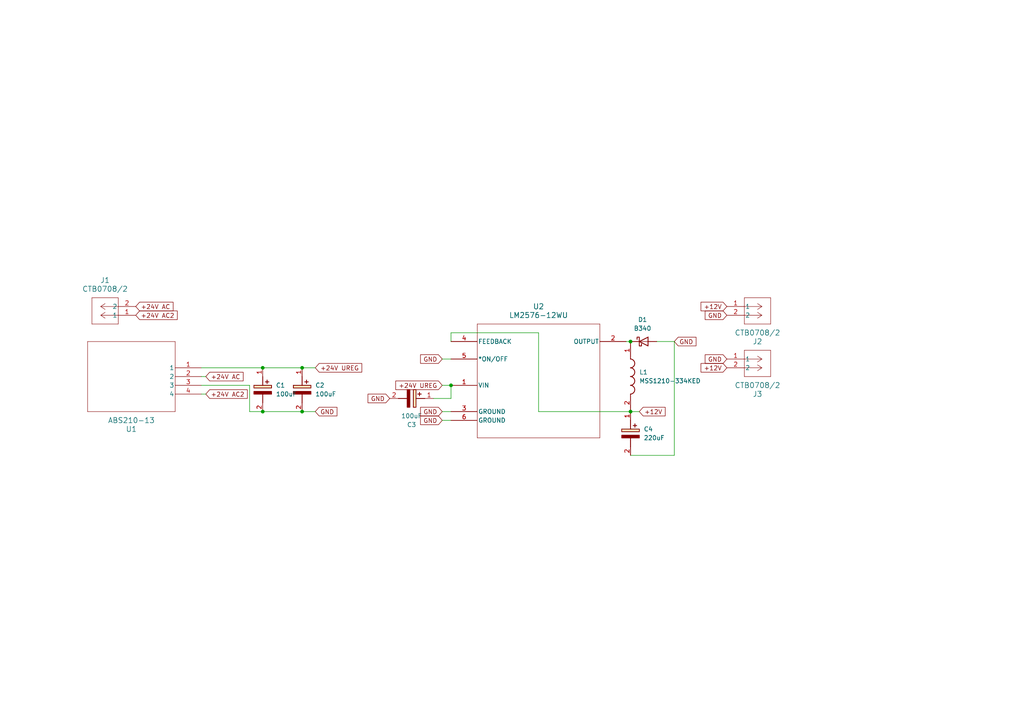
<source format=kicad_sch>
(kicad_sch (version 20230121) (generator eeschema)
  (paper "A4")
  (lib_symbols
    (symbol "ABS210-13:ABS210-13" (pin_names (offset 0.254))
      (property "Reference" "U" (at 20.32 12.7 0))
      (property "Value" "ABS210-13" (at 20.32 10.16 0))
      (symbol "ABS210-13_0_1"
        (polyline (pts (xy 7.62 -12.7) (xy 33.02 -12.7)) (stroke (width 0.127)))
        (polyline (pts (xy 7.62 7.62) (xy 7.62 -12.7)) (stroke (width 0.127)))
        (polyline (pts (xy 33.02 -12.7) (xy 33.02 7.62)) (stroke (width 0.127)))
        (polyline (pts (xy 33.02 7.62) (xy 7.62 7.62)) (stroke (width 0.127)))
        (pin unspecified line (at 0 0 0) (length 7.62) (name "1") (number "1"))
        (pin unspecified line (at 0 -2.54 0) (length 7.62) (name "2") (number "2"))
        (pin unspecified line (at 0 -5.08 0) (length 7.62) (name "3") (number "3"))
        (pin unspecified line (at 0 -7.62 0) (length 7.62) (name "4") (number "4"))
      )
    )
    (symbol "CTB0708-2:CTB0708_2" (pin_names (offset 0.254))
      (property "Reference" "J" (at 8.89 6.35 0))
      (property "Value" "CTB0708/2" (at 0 0 0))
      (symbol "CTB0708_2_1_1"
        (polyline (pts (xy 5.08 -5.08) (xy 12.7 -5.08)) (stroke (width 0.127)))
        (polyline (pts (xy 5.08 2.54) (xy 5.08 -5.08)) (stroke (width 0.127)))
        (polyline (pts (xy 10.16 -2.54) (xy 5.08 -2.54)) (stroke (width 0.127)))
        (polyline (pts (xy 10.16 -2.54) (xy 8.89 -3.3867)) (stroke (width 0.127)))
        (polyline (pts (xy 10.16 -2.54) (xy 8.89 -1.6933)) (stroke (width 0.127)))
        (polyline (pts (xy 10.16 0) (xy 5.08 0)) (stroke (width 0.127)))
        (polyline (pts (xy 10.16 0) (xy 8.89 -0.8467)) (stroke (width 0.127)))
        (polyline (pts (xy 10.16 0) (xy 8.89 0.8467)) (stroke (width 0.127)))
        (polyline (pts (xy 12.7 -5.08) (xy 12.7 2.54)) (stroke (width 0.127)))
        (polyline (pts (xy 12.7 2.54) (xy 5.08 2.54)) (stroke (width 0.127)))
        (pin unspecified line (at 0 0 0) (length 5.08) (name "1") (number "1"))
        (pin unspecified line (at 0 -2.54 0) (length 5.08) (name "2") (number "2"))
      )
      (symbol "CTB0708_2_1_2"
        (polyline (pts (xy 5.08 -5.08) (xy 12.7 -5.08)) (stroke (width 0.127)))
        (polyline (pts (xy 5.08 2.54) (xy 5.08 -5.08)) (stroke (width 0.127)))
        (polyline (pts (xy 7.62 -2.54) (xy 5.08 -2.54)) (stroke (width 0.127)))
        (polyline (pts (xy 7.62 -2.54) (xy 8.89 -3.3867)) (stroke (width 0.127)))
        (polyline (pts (xy 7.62 -2.54) (xy 8.89 -1.6933)) (stroke (width 0.127)))
        (polyline (pts (xy 7.62 0) (xy 5.08 0)) (stroke (width 0.127)))
        (polyline (pts (xy 7.62 0) (xy 8.89 -0.8467)) (stroke (width 0.127)))
        (polyline (pts (xy 7.62 0) (xy 8.89 0.8467)) (stroke (width 0.127)))
        (polyline (pts (xy 12.7 -5.08) (xy 12.7 2.54)) (stroke (width 0.127)))
        (polyline (pts (xy 12.7 2.54) (xy 5.08 2.54)) (stroke (width 0.127)))
        (pin unspecified line (at 0 0 0) (length 5.08) (name "1") (number "1"))
        (pin unspecified line (at 0 -2.54 0) (length 5.08) (name "2") (number "2"))
      )
    )
    (symbol "Diode:B340" (pin_numbers hide) (pin_names (offset 1.016) hide)
      (property "Reference" "D" (at 0 2.54 0))
      (property "Value" "B340" (at 0 -2.54 0))
      (symbol "B340_0_1"
        (polyline (pts (xy 1.27 0) (xy -1.27 0)))
        (polyline (pts (xy 1.27 1.27) (xy 1.27 -1.27) (xy -1.27 0) (xy 1.27 1.27)) (stroke (width 0.254)))
        (polyline (pts (xy -1.905 0.635) (xy -1.905 1.27) (xy -1.27 1.27) (xy -1.27 -1.27) (xy -0.635 -1.27) (xy -0.635 -0.635)) (stroke (width 0.254)))
      )
      (symbol "B340_1_1"
        (pin passive line (at -3.81 0 0) (length 2.54) (name "K") (number "1"))
        (pin passive line (at 3.81 0 180) (length 2.54) (name "A") (number "2"))
      )
    )
    (symbol "LM2576-12WU:LM2576-12WU" (pin_names (offset 0.254))
      (property "Reference" "U" (at 25.4 10.16 0))
      (property "Value" "LM2576-12WU" (at 25.4 7.62 0))
      (symbol "LM2576-12WU_0_1"
        (polyline (pts (xy 7.62 -27.94) (xy 43.18 -27.94)) (stroke (width 0.127)))
        (polyline (pts (xy 7.62 5.08) (xy 7.62 -27.94)) (stroke (width 0.127)))
        (polyline (pts (xy 43.18 -27.94) (xy 43.18 5.08)) (stroke (width 0.127)))
        (polyline (pts (xy 43.18 5.08) (xy 7.62 5.08)) (stroke (width 0.127)))
        (pin power_in line (at 0 -12.7 0) (length 7.62) (name "VIN") (number "1"))
        (pin output line (at 50.8 0 180) (length 7.62) (name "OUTPUT") (number "2"))
        (pin power_out line (at 0 -20.32 0) (length 7.62) (name "GROUND") (number "3"))
        (pin input line (at 0 0 0) (length 7.62) (name "FEEDBACK") (number "4"))
        (pin unspecified line (at 0 -5.08 0) (length 7.62) (name "*ON/OFF") (number "5"))
        (pin power_out line (at 0 -22.86 0) (length 7.62) (name "GROUND") (number "6"))
      )
    )
    (symbol "SamacSys_Parts:EEEFK1H221P" (pin_names hide)
      (property "Reference" "C" (at 8.89 6.35 0))
      (property "Value" "EEEFK1H221P" (at 8.89 3.81 0))
      (symbol "EEEFK1H221P_1_1"
        (polyline (pts (xy 2.54 0) (xy 5.08 0)) (stroke (width 0.254)))
        (polyline (pts (xy 4.064 1.778) (xy 4.064 0.762)) (stroke (width 0.254)))
        (polyline (pts (xy 4.572 1.27) (xy 3.556 1.27)) (stroke (width 0.254)))
        (polyline (pts (xy 7.62 0) (xy 10.16 0)) (stroke (width 0.254)))
        (polyline (pts (xy 7.62 2.54) (xy 7.62 -2.54) (xy 6.858 -2.54) (xy 6.858 2.54) (xy 7.62 2.54)) (stroke (width 0.254)) (fill (type outline)))
        (rectangle (start 5.08 2.54) (end 5.842 -2.54) (stroke (width 0.254)) (fill (type background)))
        (pin passive line (at 0 0 0) (length 2.54) (name "+") (number "1"))
        (pin passive line (at 12.7 0 180) (length 2.54) (name "-") (number "2"))
      )
    )
    (symbol "SamacSys_Parts:MAL214699104E3" (pin_names hide)
      (property "Reference" "C" (at 8.89 6.35 0))
      (property "Value" "MAL214699104E3" (at 8.89 3.81 0))
      (symbol "MAL214699104E3_1_1"
        (polyline (pts (xy 2.54 0) (xy 5.08 0)) (stroke (width 0.254)))
        (polyline (pts (xy 4.064 1.778) (xy 4.064 0.762)) (stroke (width 0.254)))
        (polyline (pts (xy 4.572 1.27) (xy 3.556 1.27)) (stroke (width 0.254)))
        (polyline (pts (xy 7.62 0) (xy 10.16 0)) (stroke (width 0.254)))
        (polyline (pts (xy 7.62 2.54) (xy 7.62 -2.54) (xy 6.858 -2.54) (xy 6.858 2.54) (xy 7.62 2.54)) (stroke (width 0.254)) (fill (type outline)))
        (rectangle (start 5.08 2.54) (end 5.842 -2.54) (stroke (width 0.254)) (fill (type background)))
        (pin passive line (at 0 0 0) (length 2.54) (name "+") (number "1"))
        (pin passive line (at 12.7 0 180) (length 2.54) (name "-") (number "2"))
      )
    )
    (symbol "SamacSys_Parts:MSS1210-334KED" (pin_names hide)
      (property "Reference" "L" (at 16.51 6.35 0))
      (property "Value" "MSS1210-334KED" (at 16.51 3.81 0))
      (symbol "MSS1210-334KED_1_1"
        (arc (start 7.62 0) (mid 6.35 1.219) (end 5.08 0) (stroke (width 0.254)))
        (arc (start 10.16 0) (mid 8.89 1.219) (end 7.62 0) (stroke (width 0.254)))
        (arc (start 12.7 0) (mid 11.43 1.219) (end 10.16 0) (stroke (width 0.254)))
        (arc (start 15.24 0) (mid 13.97 1.219) (end 12.7 0) (stroke (width 0.254)))
        (pin passive line (at 0 0 0) (length 5.08) (name "1") (number "1"))
        (pin passive line (at 20.32 0 180) (length 5.08) (name "2") (number "2"))
      )
    )
  )
  (junction (at 87.63 119.38))
  (junction (at 130.81 111.76))
  (junction (at 76.2 119.38))
  (junction (at 87.63 106.68))
  (junction (at 182.88 99.06))
  (junction (at 182.88 119.38))
  (junction (at 76.2 106.68))
  (wire (pts (xy 76.2 106.68) (xy 87.63 106.68)))
  (wire (pts (xy 125.73 115.57) (xy 130.81 115.57)))
  (wire (pts (xy 156.21 96.52) (xy 130.81 96.52)))
  (wire (pts (xy 195.58 132.08) (xy 195.58 99.06)))
  (wire (pts (xy 181.61 99.06) (xy 182.88 99.06)))
  (wire (pts (xy 130.81 96.52) (xy 130.81 99.06)))
  (wire (pts (xy 182.88 119.38) (xy 156.21 119.38)))
  (wire (pts (xy 76.2 119.38) (xy 87.63 119.38)))
  (wire (pts (xy 58.42 111.76) (xy 72.39 111.76)))
  (wire (pts (xy 128.27 121.92) (xy 130.81 121.92)))
  (wire (pts (xy 58.42 106.68) (xy 76.2 106.68)))
  (wire (pts (xy 128.27 119.38) (xy 130.81 119.38)))
  (wire (pts (xy 58.42 109.22) (xy 59.69 109.22)))
  (wire (pts (xy 58.42 114.3) (xy 59.69 114.3)))
  (wire (pts (xy 156.21 119.38) (xy 156.21 96.52)))
  (wire (pts (xy 128.27 111.76) (xy 130.81 111.76)))
  (wire (pts (xy 87.63 119.38) (xy 91.44 119.38)))
  (wire (pts (xy 190.5 99.06) (xy 195.58 99.06)))
  (wire (pts (xy 182.88 119.38) (xy 185.42 119.38)))
  (wire (pts (xy 72.39 119.38) (xy 76.2 119.38)))
  (wire (pts (xy 72.39 111.76) (xy 72.39 119.38)))
  (wire (pts (xy 182.88 132.08) (xy 195.58 132.08)))
  (wire (pts (xy 130.81 115.57) (xy 130.81 111.76)))
  (wire (pts (xy 128.27 104.14) (xy 130.81 104.14)))
  (wire (pts (xy 87.63 106.68) (xy 91.44 106.68)))
  (global_label "GND" (shape input) (at 128.27 119.38 180) (property "Intersheetrefs" "${INTERSHEET_REFS}" (effects hide)))
  (global_label "+24V AC2" (shape input) (at 39.37 91.44 0) (property "Intersheetrefs" "${INTERSHEET_REFS}" (effects hide)))
  (global_label "+24V AC" (shape input) (at 59.69 109.22 0) (property "Intersheetrefs" "${INTERSHEET_REFS}" (effects hide)))
  (global_label "GND" (shape input) (at 195.58 99.06 0) (property "Intersheetrefs" "${INTERSHEET_REFS}" (effects hide)))
  (global_label "GND" (shape input) (at 210.82 104.14 180) (property "Intersheetrefs" "${INTERSHEET_REFS}" (effects hide)))
  (global_label "GND" (shape input) (at 210.82 91.44 180) (property "Intersheetrefs" "${INTERSHEET_REFS}" (effects hide)))
  (global_label "+12V" (shape input) (at 210.82 88.9 180) (property "Intersheetrefs" "${INTERSHEET_REFS}" (effects hide)))
  (global_label "GND" (shape input) (at 128.27 104.14 180) (property "Intersheetrefs" "${INTERSHEET_REFS}" (effects hide)))
  (global_label "+12V" (shape input) (at 210.82 106.68 180) (property "Intersheetrefs" "${INTERSHEET_REFS}" (effects hide)))
  (global_label "GND" (shape input) (at 128.27 121.92 180) (property "Intersheetrefs" "${INTERSHEET_REFS}" (effects hide)))
  (global_label "+12V" (shape input) (at 185.42 119.38 0) (property "Intersheetrefs" "${INTERSHEET_REFS}" (effects hide)))
  (global_label "GND" (shape input) (at 113.03 115.57 180) (property "Intersheetrefs" "${INTERSHEET_REFS}" (effects hide)))
  (global_label "+24V AC2" (shape input) (at 59.69 114.3 0) (property "Intersheetrefs" "${INTERSHEET_REFS}" (effects hide)))
  (global_label "GND" (shape input) (at 91.44 119.38 0) (property "Intersheetrefs" "${INTERSHEET_REFS}" (effects hide)))
  (global_label "+24V UREG" (shape input) (at 91.44 106.68 0) (property "Intersheetrefs" "${INTERSHEET_REFS}" (effects hide)))
  (global_label "+24V UREG" (shape input) (at 128.27 111.76 180) (property "Intersheetrefs" "${INTERSHEET_REFS}" (effects hide)))
  (global_label "+24V AC" (shape input) (at 39.37 88.9 0) (property "Intersheetrefs" "${INTERSHEET_REFS}" (effects hide)))
  (symbol (lib_id "CTB0708-2:CTB0708_2") (at 210.82 104.14 0) (unit 1)
    (property "Reference" "J3" (at 219.71 114.3 0) (effects (font (size 1.524 1.524))))
    (property "Value" "CTB0708/2" (at 219.71 111.76 0) (effects (font (size 1.524 1.524))))
    (property "Footprint" "CTB0708-2:CONN-2X1_CTB0708&slash_2_CMD" (effects hide))
    (property "Datasheet" "CTB0708/2" (effects hide))
  )
  (symbol (lib_id "SamacSys_Parts:MSS1210-334KED") (at 182.88 99.06 270) (unit 1)
    (property "Reference" "L1" (at 185.42 107.95 90) (effects (justify left)))
    (property "Value" "MSS1210-334KED" (at 185.42 110.49 90) (effects (justify left)))
    (property "Footprint" "SamacSys_Parts:INDPM123123X1020N" (effects hide))
    (property "Datasheet" "https://componentsearchengine.com/Datasheets/2/MSS1210-334KED.pdf" (effects hide))
    (property "Height" "10.2" (effects hide))
    (property "Manufacturer_Name" "COILCRAFT" (effects hide))
    (property "Manufacturer_Part_Number" "MSS1210-334KED" (effects hide))
  )
  (symbol (lib_id "CTB0708-2:CTB0708_2") (at 210.82 88.9 0) (unit 1)
    (property "Reference" "J2" (at 219.71 99.06 0) (effects (font (size 1.524 1.524))))
    (property "Value" "CTB0708/2" (at 219.71 96.52 0) (effects (font (size 1.524 1.524))))
    (property "Footprint" "CTB0708-2:CONN-2X1_CTB0708&slash_2_CMD" (effects hide))
    (property "Datasheet" "CTB0708/2" (effects hide))
  )
  (symbol (lib_id "Diode:B340") (at 186.69 99.06 0) (unit 1)
    (property "Reference" "D1" (at 186.3725 92.71 0))
    (property "Value" "B340" (at 186.3725 95.25 0))
    (property "Footprint" "Diode_SMD:D_SMC" (effects hide))
    (property "Datasheet" "http://www.jameco.com/Jameco/Products/ProdDS/1538777.pdf" (effects hide))
  )
  (symbol (lib_id "SamacSys_Parts:EEEFK1H221P") (at 182.88 119.38 270) (unit 1)
    (property "Reference" "C4" (at 186.69 124.46 90) (effects (justify left)))
    (property "Value" "220uF" (at 186.69 127 90) (effects (justify left)))
    (property "Footprint" "SamacSys_Parts:EEE0JA152UAP" (effects hide))
    (property "Datasheet" "http://industrial.panasonic.com/cdbs/www-data/pdf/RDE0000/ABA0000C1181.pdf" (effects hide))
    (property "Height" "12" (effects hide))
    (property "Manufacturer_Name" "Panasonic" (effects hide))
    (property "Manufacturer_Part_Number" "EEEFK1H221P" (effects hide))
  )
  (symbol (lib_id "SamacSys_Parts:MAL214699104E3") (at 125.73 115.57 0) (mirror y) (unit 1)
    (property "Reference" "C3" (at 119.38 123.19 0))
    (property "Value" "100uF" (at 119.38 120.65 0))
    (property "Footprint" "SamacSys_Parts:CAPAE1050X1250N" (effects hide))
    (property "Datasheet" "https://www.vishay.com/docs/28403/146cti.pdf" (effects hide))
    (property "Height" "12.5" (effects hide))
    (property "Manufacturer_Name" "Vishay" (effects hide))
    (property "Manufacturer_Part_Number" "MAL214699104E3" (effects hide))
  )
  (symbol (lib_id "CTB0708-2:CTB0708_2") (at 39.37 91.44 180) (unit 1)
    (property "Reference" "J1" (at 30.48 81.28 0) (effects (font (size 1.524 1.524))))
    (property "Value" "CTB0708/2" (at 30.48 83.82 0) (effects (font (size 1.524 1.524))))
    (property "Footprint" "CTB0708-2:CONN-2X1_CTB0708&slash_2_CMD" (effects hide))
    (property "Datasheet" "CTB0708/2" (effects hide))
  )
  (symbol (lib_id "SamacSys_Parts:MAL214699104E3") (at 87.63 106.68 270) (unit 1)
    (property "Reference" "C2" (at 91.44 111.76 90) (effects (justify left)))
    (property "Value" "100uF" (at 91.44 114.3 90) (effects (justify left)))
    (property "Footprint" "SamacSys_Parts:CAPAE1050X1250N" (effects hide))
    (property "Datasheet" "https://www.vishay.com/docs/28403/146cti.pdf" (effects hide))
    (property "Height" "12.5" (effects hide))
    (property "Manufacturer_Name" "Vishay" (effects hide))
    (property "Manufacturer_Part_Number" "MAL214699104E3" (effects hide))
  )
  (symbol (lib_id "LM2576-12WU:LM2576-12WU") (at 130.81 99.06 0) (unit 1)
    (property "Reference" "U2" (at 156.21 88.9 0) (effects (font (size 1.524 1.524))))
    (property "Value" "LM2576-12WU" (at 156.21 91.44 0) (effects (font (size 1.524 1.524))))
    (property "Footprint" "LM2576-12WU:TO-263-5_U_MCH" (effects hide))
    (property "Datasheet" "LM2576-12WU" (effects hide))
  )
  (symbol (lib_id "SamacSys_Parts:MAL214699104E3") (at 76.2 106.68 270) (unit 1)
    (property "Reference" "C1" (at 80.01 111.76 90) (effects (justify left)))
    (property "Value" "100uF" (at 80.01 114.3 90) (effects (justify left)))
    (property "Footprint" "SamacSys_Parts:CAPAE1050X1250N" (effects hide))
    (property "Datasheet" "https://www.vishay.com/docs/28403/146cti.pdf" (effects hide))
    (property "Height" "12.5" (effects hide))
    (property "Manufacturer_Name" "Vishay" (effects hide))
    (property "Manufacturer_Part_Number" "MAL214699104E3" (effects hide))
  )
  (symbol (lib_id "ABS210-13:ABS210-13") (at 58.42 106.68 0) (mirror y) (unit 1)
    (property "Reference" "U1" (at 38.1 124.46 0) (effects (font (size 1.524 1.524))))
    (property "Value" "ABS210-13" (at 38.1 121.92 0) (effects (font (size 1.524 1.524))))
    (property "Footprint" "ABS210-13:SON_S210-13_DIO" (effects hide))
    (property "Datasheet" "ABS210-13" (effects hide))
  )
)
</source>
